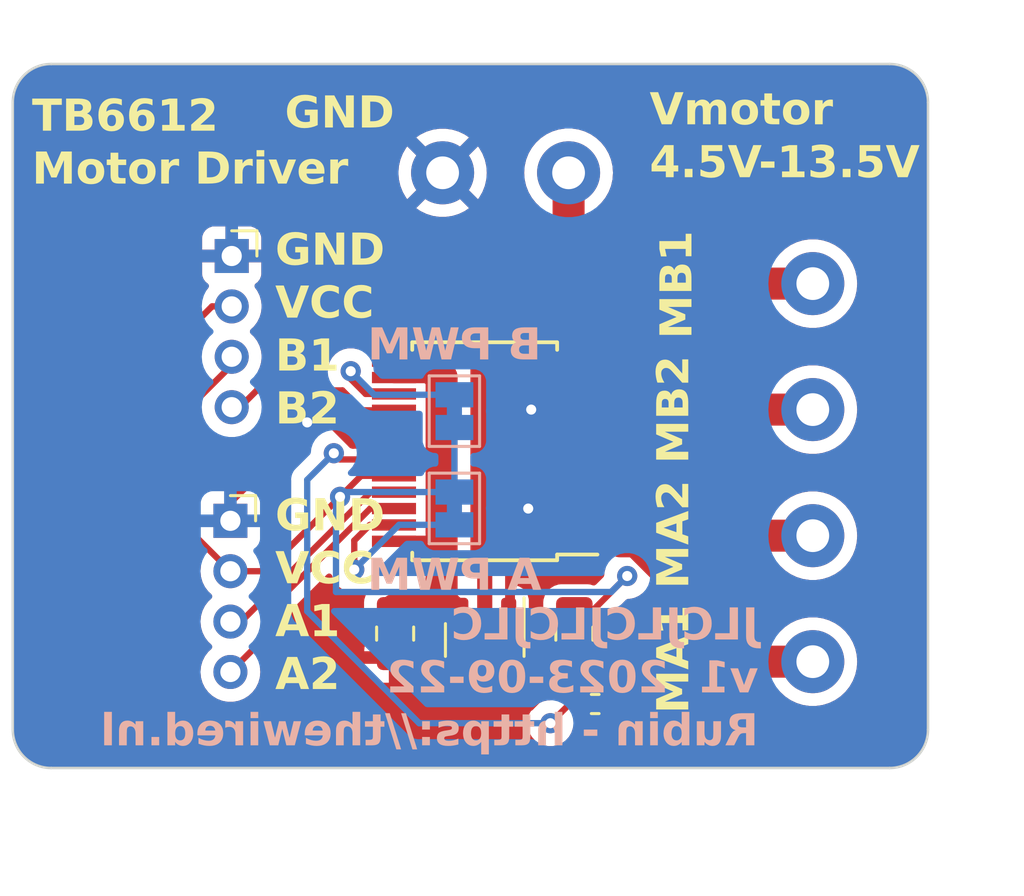
<source format=kicad_pcb>
(kicad_pcb (version 20221018) (generator pcbnew)
  (layers (0 "F.Cu" signal) (31 "B.Cu" signal) (34 "B.Paste" user) (35 "F.Paste" user) (36 "B.SilkS" user "B.Silkscreen") (37 "F.SilkS" user "F.Silkscreen") (38 "B.Mask" user) (39 "F.Mask" user) (44 "Edge.Cuts" user))
  (net 0 "")
  (net 1 "GND")
  (net 2 "VCC")
  (net 3 "/VMOTOR")
  (net 4 "Net-(U2-STBY)")
  (net 5 "/MA_out1")
  (net 6 "/MA_out2")
  (net 7 "/MB_out2")
  (net 8 "/MB_out1")
  (net 9 "/MA_in1")
  (net 10 "/MA_in2")
  (net 11 "/MB_in1")
  (net 12 "/MB_in2")
  (net 13 "/MB_PWM")
  (net 14 "/MA_PWM")
  (net 15 "/PWRIN")
  (footprint "Library:DG301-5.0-2P-1X" (layer "F.Cu") (at 146.558 51.856 90)
    (fp_text reference "J12")
    (fp_text value "Screw_Terminal_01x02")
    (pad "1" thru_hole circle (at -2.5 0 90) (size 2.5 2.5) (drill 1.3) (layers "*.Cu" "*.Mask") (net 7 "/MB_out2"))
    (pad "2" thru_hole circle (at 2.5 0 90) (size 2.5 2.5) (drill 1.3) (layers "*.Cu" "*.Mask") (net 8 "/MB_out1"))
  )
  (footprint "Library:GroveHorizontal" (layer "F.Cu") (at 123.444 58.77)
    (fp_text reference "J13" hide)
    (fp_text value "Grove Motor 2")
    (fp_line (start 1 -1) (end 0 -1) (stroke (width 0.12)) (layer "F.SilkS"))
    (fp_line (start 1 0) (end 1 -1) (stroke (width 0.12)) (layer "F.SilkS"))
    (pad "1" thru_hole rect (at 0 0) (size 1.35 1.35) (drill 0.8) (layers "*.Cu" "*.Mask") (net 1 "GND"))
    (pad "2" thru_hole oval (at 0 2) (size 1.35 1.35) (drill 0.8) (layers "*.Cu" "*.Mask") (net 2 "VCC"))
    (pad "3" thru_hole oval (at 0 4) (size 1.35 1.35) (drill 0.8) (layers "*.Cu" "*.Mask") (net 9 "/MA_in1"))
    (pad "4" thru_hole oval (at 0 6) (size 1.35 1.35) (drill 0.8) (layers "*.Cu" "*.Mask") (net 10 "/MA_in2"))
  )
  (footprint "Resistor_SMD:R_0402_1005Metric" (layer "F.Cu") (at 137.922 66.04 180)
    (fp_text reference "R9")
    (fp_text value "10K")
    (fp_line (start -0.153641 -0.38) (end 0.153641 -0.38) (stroke (width 0.12)) (layer "F.SilkS"))
    (fp_line (start -0.153641 0.38) (end 0.153641 0.38) (stroke (width 0.12)) (layer "F.SilkS"))
    (pad "1" smd roundrect (at -0.51 0 180) (size 0.54 0.64) (layers "F.Cu" "F.Paste" "F.Mask") (net 2 "VCC"))
    (pad "2" smd roundrect (at 0.51 0 180) (size 0.54 0.64) (layers "F.Cu" "F.Paste" "F.Mask") (net 4 "Net-(U2-STBY)"))
  )
  (footprint "Package_TO_SOT_SMD:SOT-23" (layer "F.Cu") (at 133.538 63.5 -90)
    (fp_text reference "Q1")
    (fp_text value "Q_PMOS_GSD")
    (fp_line (start 0 -1.56) (end -1.675 -1.56) (stroke (width 0.12)) (layer "F.SilkS"))
    (fp_line (start 0 -1.56) (end 0.65 -1.56) (stroke (width 0.12)) (layer "F.SilkS"))
    (fp_line (start 0 1.56) (end -0.65 1.56) (stroke (width 0.12)) (layer "F.SilkS"))
    (fp_line (start 0 1.56) (end 0.65 1.56) (stroke (width 0.12)) (layer "F.SilkS"))
    (pad "1" smd roundrect (at -0.9375 -0.95 270) (size 1.475 0.6) (layers "F.Cu" "F.Paste" "F.Mask") (net 1 "GND"))
    (pad "2" smd roundrect (at -0.9375 0.95 270) (size 1.475 0.6) (layers "F.Cu" "F.Paste" "F.Mask") (net 3 "/VMOTOR"))
    (pad "3" smd roundrect (at 0.9375 0 270) (size 1.475 0.6) (layers "F.Cu" "F.Paste" "F.Mask") (net 15 "/PWRIN"))
  )
  (footprint "Package_SO:SSOP-24_5.3x8.2mm_P0.65mm" (layer "F.Cu") (at 133.536 56.009 180)
    (fp_text reference "U2")
    (fp_text value "TB6612FNG")
    (fp_line (start -2.875 -4.325) (end -2.875 -4.1) (stroke (width 0.15)) (layer "F.SilkS"))
    (fp_line (start -2.875 -4.325) (end 2.875 -4.325) (stroke (width 0.15)) (layer "F.SilkS"))
    (fp_line (start -2.875 -4.1) (end -4.475 -4.1) (stroke (width 0.15)) (layer "F.SilkS"))
    (fp_line (start -2.875 4.325) (end -2.875 4.025) (stroke (width 0.15)) (layer "F.SilkS"))
    (fp_line (start -2.875 4.325) (end 2.875 4.325) (stroke (width 0.15)) (layer "F.SilkS"))
    (fp_line (start 2.875 -4.325) (end 2.875 -4.025) (stroke (width 0.15)) (layer "F.SilkS"))
    (fp_line (start 2.875 4.325) (end 2.875 4.025) (stroke (width 0.15)) (layer "F.SilkS"))
    (pad "1" smd rect (at -3.6 -3.575 180) (size 1.75 0.45) (layers "F.Cu" "F.Paste" "F.Mask") (net 5 "/MA_out1"))
    (pad "2" smd rect (at -3.6 -2.925 180) (size 1.75 0.45) (layers "F.Cu" "F.Paste" "F.Mask") (net 5 "/MA_out1"))
    (pad "3" smd rect (at -3.6 -2.275 180) (size 1.75 0.45) (layers "F.Cu" "F.Paste" "F.Mask") (net 1 "GND"))
    (pad "4" smd rect (at -3.6 -1.625 180) (size 1.75 0.45) (layers "F.Cu" "F.Paste" "F.Mask") (net 1 "GND"))
    (pad "5" smd rect (at -3.6 -0.975 180) (size 1.75 0.45) (layers "F.Cu" "F.Paste" "F.Mask") (net 6 "/MA_out2"))
    (pad "6" smd rect (at -3.6 -0.325 180) (size 1.75 0.45) (layers "F.Cu" "F.Paste" "F.Mask") (net 6 "/MA_out2"))
    (pad "7" smd rect (at -3.6 0.325 180) (size 1.75 0.45) (layers "F.Cu" "F.Paste" "F.Mask") (net 7 "/MB_out2"))
    (pad "8" smd rect (at -3.6 0.975 180) (size 1.75 0.45) (layers "F.Cu" "F.Paste" "F.Mask") (net 7 "/MB_out2"))
    (pad "9" smd rect (at -3.6 1.625 180) (size 1.75 0.45) (layers "F.Cu" "F.Paste" "F.Mask") (net 1 "GND"))
    (pad "10" smd rect (at -3.6 2.275 180) (size 1.75 0.45) (layers "F.Cu" "F.Paste" "F.Mask") (net 1 "GND"))
    (pad "11" smd rect (at -3.6 2.925 180) (size 1.75 0.45) (layers "F.Cu" "F.Paste" "F.Mask") (net 8 "/MB_out1"))
    (pad "12" smd rect (at -3.6 3.575 180) (size 1.75 0.45) (layers "F.Cu" "F.Paste" "F.Mask") (net 8 "/MB_out1"))
    (pad "13" smd rect (at 3.6 3.575 180) (size 1.75 0.45) (layers "F.Cu" "F.Paste" "F.Mask") (net 3 "/VMOTOR"))
    (pad "14" smd rect (at 3.6 2.925 180) (size 1.75 0.45) (layers "F.Cu" "F.Paste" "F.Mask") (net 3 "/VMOTOR"))
    (pad "15" smd rect (at 3.6 2.275 180) (size 1.75 0.45) (layers "F.Cu" "F.Paste" "F.Mask") (net 13 "/MB_PWM"))
    (pad "16" smd rect (at 3.6 1.625 180) (size 1.75 0.45) (layers "F.Cu" "F.Paste" "F.Mask") (net 12 "/MB_in2"))
    (pad "17" smd rect (at 3.6 0.975 180) (size 1.75 0.45) (layers "F.Cu" "F.Paste" "F.Mask") (net 11 "/MB_in1"))
    (pad "18" smd rect (at 3.6 0.325 180) (size 1.75 0.45) (layers "F.Cu" "F.Paste" "F.Mask") (net 1 "GND"))
    (pad "19" smd rect (at 3.6 -0.325 180) (size 1.75 0.45) (layers "F.Cu" "F.Paste" "F.Mask") (net 4 "Net-(U2-STBY)"))
    (pad "20" smd rect (at 3.6 -0.975 180) (size 1.75 0.45) (layers "F.Cu" "F.Paste" "F.Mask") (net 2 "VCC"))
    (pad "21" smd rect (at 3.6 -1.625 180) (size 1.75 0.45) (layers "F.Cu" "F.Paste" "F.Mask") (net 9 "/MA_in1"))
    (pad "22" smd rect (at 3.6 -2.275 180) (size 1.75 0.45) (layers "F.Cu" "F.Paste" "F.Mask") (net 10 "/MA_in2"))
    (pad "23" smd rect (at 3.6 -2.925 180) (size 1.75 0.45) (layers "F.Cu" "F.Paste" "F.Mask") (net 14 "/MA_PWM"))
    (pad "24" smd rect (at 3.6 -3.575 180) (size 1.75 0.45) (layers "F.Cu" "F.Paste" "F.Mask") (net 3 "/VMOTOR"))
  )
  (footprint "Library:DG301-5.0-2P-1X" (layer "F.Cu") (at 146.558 61.8598 90)
    (fp_text reference "J11")
    (fp_text value "Screw_Terminal_01x02")
    (pad "1" thru_hole circle (at -2.5 0 90) (size 2.5 2.5) (drill 1.3) (layers "*.Cu" "*.Mask") (net 5 "/MA_out1"))
    (pad "2" thru_hole circle (at 2.5 0 90) (size 2.5 2.5) (drill 1.3) (layers "*.Cu" "*.Mask") (net 6 "/MA_out2"))
  )
  (footprint "Capacitor_SMD:C_0805_2012Metric" (layer "F.Cu") (at 129.982 63.246 -90)
    (fp_text reference "C6")
    (fp_text value "10uF")
    (fp_line (start -0.261252 -0.735) (end 0.261252 -0.735) (stroke (width 0.12)) (layer "F.SilkS"))
    (fp_line (start -0.261252 0.735) (end 0.261252 0.735) (stroke (width 0.12)) (layer "F.SilkS"))
    (pad "1" smd roundrect (at -0.95 0 270) (size 1 1.45) (layers "F.Cu" "F.Paste" "F.Mask") (net 3 "/VMOTOR"))
    (pad "2" smd roundrect (at 0.95 0 270) (size 1 1.45) (layers "F.Cu" "F.Paste" "F.Mask") (net 1 "GND"))
  )
  (footprint "Library:DG301-5.0-2P-1X" (layer "F.Cu") (at 134.366 44.958 180)
    (fp_text reference "J9")
    (fp_text value "VMOTORIN")
    (pad "1" thru_hole circle (at -2.5 0 180) (size 2.5 2.5) (drill 1.3) (layers "*.Cu" "*.Mask") (net 15 "/PWRIN"))
    (pad "2" thru_hole circle (at 2.5 0 180) (size 2.5 2.5) (drill 1.3) (layers "*.Cu" "*.Mask") (net 1 "GND"))
  )
  (footprint "Capacitor_SMD:C_0805_2012Metric" (layer "F.Cu") (at 137.094 63.246 -90)
    (fp_text reference "C5")
    (fp_text value "10uF")
    (fp_line (start -0.261252 -0.735) (end 0.261252 -0.735) (stroke (width 0.12)) (layer "F.SilkS"))
    (fp_line (start -0.261252 0.735) (end 0.261252 0.735) (stroke (width 0.12)) (layer "F.SilkS"))
    (pad "1" smd roundrect (at -0.95 0 270) (size 1 1.45) (layers "F.Cu" "F.Paste" "F.Mask") (net 2 "VCC"))
    (pad "2" smd roundrect (at 0.95 0 270) (size 1 1.45) (layers "F.Cu" "F.Paste" "F.Mask") (net 1 "GND"))
  )
  (footprint "Library:GroveHorizontal" (layer "F.Cu") (at 123.496 48.26)
    (fp_text reference "J10" hide)
    (fp_text value "Grove Motor 1")
    (fp_line (start 1 -1) (end 0 -1) (stroke (width 0.12)) (layer "F.SilkS"))
    (fp_line (start 1 0) (end 1 -1) (stroke (width 0.12)) (layer "F.SilkS"))
    (pad "1" thru_hole rect (at 0 0) (size 1.35 1.35) (drill 0.8) (layers "*.Cu" "*.Mask") (net 1 "GND"))
    (pad "2" thru_hole oval (at 0 2) (size 1.35 1.35) (drill 0.8) (layers "*.Cu" "*.Mask") (net 2 "VCC"))
    (pad "3" thru_hole oval (at 0 4) (size 1.35 1.35) (drill 0.8) (layers "*.Cu" "*.Mask") (net 11 "/MB_in1"))
    (pad "4" thru_hole oval (at 0 6) (size 1.35 1.35) (drill 0.8) (layers "*.Cu" "*.Mask") (net 12 "/MB_in2"))
  )
  (footprint "Jumper:SolderJumper-2_P1.3mm_Bridged_Pad1.0x1.5mm" (layer "B.Cu") (at 132.334 58.278 -90)
    (fp_text reference "JP1")
    (fp_text value "SolderJumper_2_Bridged")
    (fp_poly (pts (xy -0.25 0.3) (xy 0.25 0.3) (xy 0.25 -0.3) (xy -0.25 -0.3)) (fill solid) (layer "B.Cu"))
    (fp_line (start -1.4 -1) (end -1.4 1) (stroke (width 0.12)) (layer "B.SilkS"))
    (fp_line (start -1.4 1) (end 1.4 1) (stroke (width 0.12)) (layer "B.SilkS"))
    (fp_line (start 1.4 -1) (end -1.4 -1) (stroke (width 0.12)) (layer "B.SilkS"))
    (fp_line (start 1.4 1) (end 1.4 -1) (stroke (width 0.12)) (layer "B.SilkS"))
    (pad "1" smd rect (at -0.65 0 270) (size 1 1.5) (layers "B.Cu" "B.Mask") (net 2 "VCC"))
    (pad "2" smd rect (at 0.65 0 270) (size 1 1.5) (layers "B.Cu" "B.Mask") (net 14 "/MA_PWM"))
  )
  (footprint "Jumper:SolderJumper-2_P1.3mm_Bridged_Pad1.0x1.5mm" (layer "B.Cu") (at 132.334 54.4172 90)
    (fp_text reference "JP2")
    (fp_text value "SolderJumper_2_Bridged")
    (fp_poly (pts (xy -0.25 0.3) (xy 0.25 0.3) (xy 0.25 -0.3) (xy -0.25 -0.3)) (fill solid) (layer "B.Cu"))
    (fp_line (start -1.4 -1) (end -1.4 1) (stroke (width 0.12)) (layer "B.SilkS"))
    (fp_line (start -1.4 1) (end 1.4 1) (stroke (width 0.12)) (layer "B.SilkS"))
    (fp_line (start 1.4 -1) (end -1.4 -1) (stroke (width 0.12)) (layer "B.SilkS"))
    (fp_line (start 1.4 1) (end 1.4 -1) (stroke (width 0.12)) (layer "B.SilkS"))
    (pad "1" smd rect (at -0.65 0 90) (size 1 1.5) (layers "B.Cu" "B.Mask") (net 2 "VCC"))
    (pad "2" smd rect (at 0.65 0 90) (size 1 1.5) (layers "B.Cu" "B.Mask") (net 13 "/MB_PWM"))
  )
  (gr_line (start 116.332 68.58) (end 149.606 68.58) (stroke (width 0.1)) (layer "Edge.Cuts"))
  (gr_arc (start 114.808 42.164) (mid 115.254369 41.086369) (end 116.332 40.64) (stroke (width 0.1)) (layer "Edge.Cuts"))
  (gr_line (start 149.606 40.64) (end 116.332 40.64) (stroke (width 0.1)) (layer "Edge.Cuts"))
  (gr_line (start 114.808 42.164) (end 114.808 67.056) (stroke (width 0.1)) (layer "Edge.Cuts"))
  (gr_arc (start 116.332 68.58) (mid 115.254369 68.133631) (end 114.808 67.056) (stroke (width 0.1)) (layer "Edge.Cuts"))
  (gr_line (start 151.13 67.056) (end 151.13 42.164) (stroke (width 0.1)) (layer "Edge.Cuts"))
  (gr_arc (start 149.606 40.64) (mid 150.683631 41.086369) (end 151.13 42.164) (stroke (width 0.1)) (layer "Edge.Cuts"))
  (gr_arc (start 151.13 67.056) (mid 150.683631 68.133631) (end 149.606 68.58) (stroke (width 0.1)) (layer "Edge.Cuts"))
  (gr_text "B PWM" (at 132.334 52.578) (layer "B.SilkS") (effects (font (size 1.25 1.25) (thickness 0.25) bold) (justify bottom mirror)))
  (gr_text "JLCJLCJLCJLC\nv1  2023-09-22\nRubin - https://thewired.nl" (at 144.399 62.23) (layer "B.SilkS") (effects (font (size 1.25 1.25) (thickness 0.25) bold) (justify left top mirror)))
  (gr_text "A PWM" (at 132.334 61.722) (layer "B.SilkS") (effects (font (size 1.25 1.25) (thickness 0.25) bold) (justify bottom mirror)))
  (gr_text "GND\nVCC\nA1\nA2" (at 125.222 65.659) (layer "F.SilkS") (effects (font (size 1.25 1.25) (thickness 0.25) bold) (justify left bottom)))
  (gr_text "MB2\n" (at 141.097 54.356 90) (layer "F.SilkS") (effects (font (size 1.25 1.25) (thickness 0.25) bold)))
  (gr_text "MB1" (at 141.224 49.403 90) (layer "F.SilkS") (effects (font (size 1.25 1.25) (thickness 0.25) bold)))
  (gr_text "MA1\n" (at 141.097 64.262 90) (layer "F.SilkS") (effects (font (size 1.25 1.25) (thickness 0.25) bold)))
  (gr_text "Vmotor\n4.5V-13.5V" (at 140.081 41.783) (layer "F.SilkS") (effects (font (size 1.25 1.25) (thickness 0.25) bold) (justify left top)))
  (gr_text "GND" (at 125.603 41.91) (layer "F.SilkS") (effects (font (size 1.25 1.25) (thickness 0.25) bold) (justify left top)))
  (gr_text "TB6612\nMotor Driver" (at 115.57 42.037) (layer "F.SilkS") (effects (font (size 1.25 1.25) (thickness 0.25) bold) (justify left top)))
  (gr_text "MA2" (at 141.097 59.309 90) (layer "F.SilkS") (effects (font (size 1.25 1.25) (thickness 0.25) bold)))
  (gr_text "GND\nVCC\nB1\nB2" (at 125.222 55.118) (layer "F.SilkS") (effects (font (size 1.25 1.25) (thickness 0.25) bold) (justify left bottom)))
  (segment (start 127.492181 54.864) (end 128.312182 55.684) (width 0.45) (layer "F.Cu") (net 1))
  (segment (start 136.1215 64.196) (end 134.488 62.5625) (width 0.6) (layer "F.Cu") (net 1))
  (segment (start 135.264 58.284) (end 137.136 58.284) (width 0.45) (layer "F.Cu") (net 1))
  (segment (start 135.914 57.634) (end 135.264 58.284) (width 0.45) (layer "F.Cu") (net 1))
  (segment (start 126.492 54.864) (end 123.444 57.912) (width 0.45) (layer "F.Cu") (net 1))
  (segment (start 128.312182 55.684) (end 129.936 55.684) (width 0.45) (layer "F.Cu") (net 1))
  (segment (start 135.25 66.04) (end 137.094 64.196) (width 0.6) (layer "F.Cu") (net 1))
  (segment (start 126.492 54.864) (end 127.492181 54.864) (width 0.45) (layer "F.Cu") (net 1))
  (segment (start 137.136 53.734) (end 136.004 53.734) (width 0.45) (layer "F.Cu") (net 1))
  (segment (start 123.444 57.912) (end 123.444 58.77) (width 0.45) (layer "F.Cu") (net 1))
  (segment (start 129.982 64.196) (end 131.826 66.04) (width 0.6) (layer "F.Cu") (net 1))
  (segment (start 137.136 54.384) (end 135.41 54.384) (width 0.45) (layer "F.Cu") (net 1))
  (segment (start 131.826 66.04) (end 135.25 66.04) (width 0.6) (layer "F.Cu") (net 1))
  (segment (start 137.136 57.634) (end 135.914 57.634) (width 0.45) (layer "F.Cu") (net 1))
  (segment (start 135.41 54.384) (end 135.382 54.356) (width 0.45) (layer "F.Cu") (net 1))
  (segment (start 137.094 64.196) (end 136.1215 64.196) (width 0.6) (layer "F.Cu") (net 1))
  (segment (start 136.004 53.734) (end 135.382 54.356) (width 0.45) (layer "F.Cu") (net 1))
  (via (at 135.264 58.284) (size 0.8) (drill 0.4) (layers "F.Cu" "B.Cu") (net 1))
  (via (at 126.492 54.864) (size 0.8) (drill 0.4) (layers "F.Cu" "B.Cu") (net 1))
  (via (at 135.382 54.356) (size 0.8) (drill 0.4) (layers "F.Cu" "B.Cu") (net 1))
  (segment (start 137.856 62.296) (end 137.094 62.296) (width 0.25) (layer "F.Cu") (net 2))
  (segment (start 128.629993 56.984) (end 127.795496 57.818497) (width 0.25) (layer "F.Cu") (net 2))
  (segment (start 124.843993 60.77) (end 127.795496 57.818497) (width 0.25) (layer "F.Cu") (net 2))
  (segment (start 138.432 63.634) (end 137.094 62.296) (width 0.25) (layer "F.Cu") (net 2))
  (segment (start 139.192 60.96) (end 137.856 62.296) (width 0.25) (layer "F.Cu") (net 2))
  (segment (start 120.904 58.23) (end 120.904 52.07) (width 0.25) (layer "F.Cu") (net 2))
  (segment (start 138.432 66.04) (end 138.432 63.634) (width 0.25) (layer "F.Cu") (net 2))
  (segment (start 120.904 52.07) (end 122.714 50.26) (width 0.25) (layer "F.Cu") (net 2))
  (segment (start 123.444 60.77) (end 120.904 58.23) (width 0.25) (layer "F.Cu") (net 2))
  (segment (start 122.714 50.26) (end 123.825 50.26) (width 0.25) (layer "F.Cu") (net 2))
  (segment (start 129.936 56.984) (end 128.629993 56.984) (width 0.25) (layer "F.Cu") (net 2))
  (segment (start 123.444 60.77) (end 124.843993 60.77) (width 0.25) (layer "F.Cu") (net 2))
  (via (at 139.192 60.96) (size 0.8) (drill 0.4) (layers "F.Cu" "B.Cu") (net 2))
  (via (at 127.795496 57.818497) (size 0.8) (drill 0.4) (layers "F.Cu" "B.Cu") (net 2))
  (segment (start 127.635 61.595) (end 127.635 57.978993) (width 0.25) (layer "B.Cu") (net 2))
  (segment (start 127.635 57.978993) (end 127.795496 57.818497) (width 0.25) (layer "B.Cu") (net 2))
  (segment (start 139.192 60.96) (end 138.557 61.595) (width 0.25) (layer "B.Cu") (net 2))
  (segment (start 138.557 61.595) (end 127.635 61.595) (width 0.25) (layer "B.Cu") (net 2))
  (segment (start 132.334 57.628) (end 127.985993 57.628) (width 0.25) (layer "B.Cu") (net 2))
  (segment (start 132.334 55.0672) (end 132.334 57.628) (width 0.25) (layer "B.Cu") (net 2))
  (segment (start 127.985993 57.628) (end 127.795496 57.818497) (width 0.25) (layer "B.Cu") (net 2))
  (segment (start 129.936 59.584) (end 131.424 59.584) (width 0.45) (layer "F.Cu") (net 3))
  (segment (start 131.174 52.434) (end 131.572 52.832) (width 0.45) (layer "F.Cu") (net 3))
  (segment (start 132.134 62.2935) (end 132.1315 62.296) (width 1.27) (layer "F.Cu") (net 3))
  (segment (start 129.936 53.084) (end 131.32 53.084) (width 0.45) (layer "F.Cu") (net 3))
  (segment (start 132.1315 62.296) (end 129.982 62.296) (width 1.27) (layer "F.Cu") (net 3))
  (segment (start 131.32 53.084) (end 131.572 52.832) (width 0.45) (layer "F.Cu") (net 3))
  (segment (start 131.826 53.086) (end 131.826 59.182) (width 1.27) (layer "F.Cu") (net 3))
  (segment (start 131.572 52.832) (end 131.826 53.086) (width 1.27) (layer "F.Cu") (net 3))
  (segment (start 131.826 59.182) (end 131.826 61.9855) (width 1.27) (layer "F.Cu") (net 3))
  (segment (start 131.826 61.9855) (end 132.134 62.2935) (width 1.27) (layer "F.Cu") (net 3))
  (segment (start 129.936 52.434) (end 131.174 52.434) (width 0.45) (layer "F.Cu") (net 3))
  (segment (start 131.424 59.584) (end 131.826 59.182) (width 0.45) (layer "F.Cu") (net 3))
  (segment (start 137.412 66.04) (end 136.906 66.04) (width 0.25) (layer "F.Cu") (net 4))
  (segment (start 136.906 66.04) (end 136.144 66.802) (width 0.25) (layer "F.Cu") (net 4))
  (segment (start 127.795455 56.334) (end 127.54864 56.087185) (width 0.25) (layer "F.Cu") (net 4))
  (segment (start 129.936 56.334) (end 127.795455 56.334) (width 0.25) (layer "F.Cu") (net 4))
  (via (at 136.144 66.802) (size 0.8) (drill 0.4) (layers "F.Cu" "B.Cu") (net 4))
  (via (at 127.54864 56.087185) (size 0.8) (drill 0.4) (layers "F.Cu" "B.Cu") (net 4))
  (segment (start 126.492 62.357) (end 126.492 57.143825) (width 0.25) (layer "B.Cu") (net 4))
  (segment (start 126.492 57.143825) (end 127.54864 56.087185) (width 0.25) (layer "B.Cu") (net 4))
  (segment (start 130.937 66.802) (end 126.492 62.357) (width 0.25) (layer "B.Cu") (net 4))
  (segment (start 136.144 66.802) (end 130.937 66.802) (width 0.25) (layer "B.Cu") (net 4))
  (segment (start 138.917 59.584) (end 137.136 59.584) (width 0.45) (layer "F.Cu") (net 5))
  (segment (start 138.938 59.563) (end 138.917 59.584) (width 0.45) (layer "F.Cu") (net 5))
  (segment (start 138.917 59.584) (end 139.562554 59.584) (width 1.27) (layer "F.Cu") (net 5))
  (segment (start 144.338354 64.3598) (end 146.558 64.3598) (width 1.27) (layer "F.Cu") (net 5))
  (segment (start 139.562554 59.584) (end 144.338354 64.3598) (width 1.27) (layer "F.Cu") (net 5))
  (segment (start 138.309 58.934) (end 138.938 59.563) (width 0.45) (layer "F.Cu") (net 5))
  (segment (start 137.136 58.934) (end 138.309 58.934) (width 0.45) (layer "F.Cu") (net 5))
  (segment (start 139.28 56.984) (end 138.938 56.984) (width 1.27) (layer "F.Cu") (net 6))
  (segment (start 137.136 56.334) (end 138.288 56.334) (width 0.45) (layer "F.Cu") (net 6))
  (segment (start 141.6558 59.3598) (end 146.558 59.3598) (width 1.27) (layer "F.Cu") (net 6))
  (segment (start 138.938 56.984) (end 137.136 56.984) (width 0.45) (layer "F.Cu") (net 6))
  (segment (start 138.288 56.334) (end 138.938 56.984) (width 0.45) (layer "F.Cu") (net 6))
  (segment (start 141.6558 59.3598) (end 139.28 56.984) (width 1.27) (layer "F.Cu") (net 6))
  (segment (start 138.245 55.684) (end 138.895 55.034) (width 0.45) (layer "F.Cu") (net 7))
  (segment (start 138.895 55.034) (end 139.573 54.356) (width 1.27) (layer "F.Cu") (net 7))
  (segment (start 139.573 54.356) (end 146.558 54.356) (width 1.27) (layer "F.Cu") (net 7))
  (segment (start 138.895 55.034) (end 137.136 55.034) (width 0.45) (layer "F.Cu") (net 7))
  (segment (start 137.136 55.684) (end 138.245 55.684) (width 0.45) (layer "F.Cu") (net 7))
  (segment (start 137.136 53.084) (end 138.94 53.084) (width 0.45) (layer "F.Cu") (net 8))
  (segment (start 138.94 53.084) (end 139.573 52.451) (width 0.45) (layer "F.Cu") (net 8))
  (segment (start 137.136 52.434) (end 139.556 52.434) (width 0.45) (layer "F.Cu") (net 8))
  (segment (start 139.556 52.434) (end 139.573 52.451) (width 0.45) (layer "F.Cu") (net 8))
  (segment (start 142.634 49.356) (end 146.558 49.356) (width 1.27) (layer "F.Cu") (net 8))
  (segment (start 139.556 52.434) (end 142.634 49.356) (width 1.27) (layer "F.Cu") (net 8))
  (segment (start 129.005307 57.634) (end 129.936 57.634) (width 0.25) (layer "F.Cu") (net 9))
  (segment (start 123.869307 62.77) (end 129.005307 57.634) (width 0.25) (layer "F.Cu") (net 9))
  (segment (start 123.444 62.77) (end 123.869307 62.77) (width 0.25) (layer "F.Cu") (net 9))
  (segment (start 128.991703 58.284) (end 124.825 62.450703) (width 0.25) (layer "F.Cu") (net 10))
  (segment (start 129.936 58.284) (end 128.991703 58.284) (width 0.25) (layer "F.Cu") (net 10))
  (segment (start 124.825 62.450703) (end 124.825 63.389) (width 0.25) (layer "F.Cu") (net 10))
  (segment (start 124.825 63.389) (end 123.444 64.77) (width 0.25) (layer "F.Cu") (net 10))
  (segment (start 122.809 55.626) (end 121.634 54.451) (width 0.25) (layer "F.Cu") (net 11))
  (segment (start 125.984 54.102) (end 124.46 55.626) (width 0.25) (layer "F.Cu") (net 11))
  (segment (start 124.46 55.626) (end 122.809 55.626) (width 0.25) (layer "F.Cu") (net 11))
  (segment (start 128.439999 55.034) (end 127.507999 54.102) (width 0.25) (layer "F.Cu") (net 11))
  (segment (start 121.634 54.451) (end 123.825 52.26) (width 0.25) (layer "F.Cu") (net 11))
  (segment (start 127.507999 54.102) (end 125.984 54.102) (width 0.25) (layer "F.Cu") (net 11))
  (segment (start 129.936 55.034) (end 128.439999 55.034) (width 0.25) (layer "F.Cu") (net 11))
  (segment (start 124.491 53.594) (end 123.825 54.26) (width 0.25) (layer "F.Cu") (net 12))
  (segment (start 127.889 53.594) (end 124.491 53.594) (width 0.25) (layer "F.Cu") (net 12))
  (segment (start 129.936 54.384) (end 128.679 54.384) (width 0.25) (layer "F.Cu") (net 12))
  (segment (start 128.679 54.384) (end 127.889 53.594) (width 0.25) (layer "F.Cu") (net 12))
  (segment (start 129.936 53.734) (end 128.811 53.734) (width 0.25) (layer "F.Cu") (net 13))
  (segment (start 128.811 53.734) (end 128.2192 53.1422) (width 0.25) (layer "F.Cu") (net 13))
  (segment (start 128.2192 53.1422) (end 128.2192 52.832) (width 0.25) (layer "F.Cu") (net 13))
  (via (at 128.2192 52.832) (size 0.8) (drill 0.4) (layers "F.Cu" "B.Cu") (net 13))
  (segment (start 128.2192 52.832) (end 129.1544 53.7672) (width 0.25) (layer "B.Cu") (net 13))
  (segment (start 129.1544 53.7672) (end 132.334 53.7672) (width 0.25) (layer "B.Cu") (net 13))
  (segment (start 128.978099 58.934) (end 128.36 59.552099) (width 0.25) (layer "F.Cu") (net 14))
  (segment (start 129.936 58.934) (end 128.978099 58.934) (width 0.25) (layer "F.Cu") (net 14))
  (segment (start 128.36 59.552099) (end 128.36 60.706) (width 0.25) (layer "F.Cu") (net 14))
  (via (at 128.36 60.706) (size 0.8) (drill 0.4) (layers "F.Cu" "B.Cu") (net 14))
  (segment (start 130.138 58.928) (end 132.334 58.928) (width 0.25) (layer "B.Cu") (net 14))
  (segment (start 128.36 60.706) (end 130.138 58.928) (width 0.25) (layer "B.Cu") (net 14))
  (segment (start 133.604 59.944) (end 133.604 52.705) (width 1.27) (layer "F.Cu") (net 15))
  (segment (start 133.604 52.705) (end 136.866 49.443) (width 1.27) (layer "F.Cu") (net 15))
  (segment (start 133.538 60.01) (end 133.604 59.944) (width 0.25) (layer "F.Cu") (net 15))
  (segment (start 133.538 64.4375) (end 133.538 60.01) (width 0.6) (layer "F.Cu") (net 15))
  (segment (start 136.866 49.443) (end 136.866 44.958) (width 1.27) (layer "F.Cu") (net 15))
  (zone (net 0) (net_name "") (layer "F.Cu") (connect_pads (clearance 0)) (min_thickness 0.25)
    (keepout (tracks allowed) (vias allowed) (pads allowed) (copperpour not_allowed) (footprints allowed))
    (fill (thermal_gap 0.5) (thermal_bridge_width 0.5))
    (polygon (pts (xy 123.19 54.356) (xy 128.27 54.356) (xy 128.27 59.182) (xy 123.19 59.182)))
  )
  (zone (net 0) (net_name "") (layer "F.Cu") (connect_pads (clearance 0)) (min_thickness 0.25)
    (keepout (tracks allowed) (vias allowed) (pads allowed) (copperpour not_allowed) (footprints allowed))
    (fill (thermal_gap 0.5) (thermal_bridge_width 0.5))
    (polygon (pts (xy 136.652 53.594) (xy 137.668 53.594) (xy 137.668 54.61) (xy 136.652 54.61)))
  )
  (zone (net 1) (net_name "GND") (layers "F&B.Cu") (priority 2) (connect_pads (clearance 0.508)) (min_thickness 0.25) (fill yes (thermal_gap 0.5) (thermal_bridge_width 0.5))
    (polygon (pts (xy 114.3 38.1) (xy 154.94 38.1) (xy 154.94 73.66) (xy 114.3 73.66)))
  )
)
</source>
